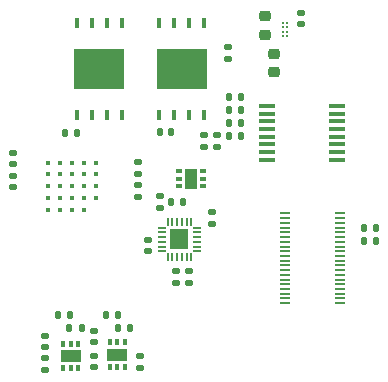
<source format=gbp>
%TF.GenerationSoftware,KiCad,Pcbnew,7.0.2*%
%TF.CreationDate,2023-07-30T21:57:21-04:00*%
%TF.ProjectId,OBC-Flight,4f42432d-466c-4696-9768-742e6b696361,rev?*%
%TF.SameCoordinates,Original*%
%TF.FileFunction,Paste,Bot*%
%TF.FilePolarity,Positive*%
%FSLAX46Y46*%
G04 Gerber Fmt 4.6, Leading zero omitted, Abs format (unit mm)*
G04 Created by KiCad (PCBNEW 7.0.2) date 2023-07-30 21:57:21*
%MOMM*%
%LPD*%
G01*
G04 APERTURE LIST*
G04 Aperture macros list*
%AMRoundRect*
0 Rectangle with rounded corners*
0 $1 Rounding radius*
0 $2 $3 $4 $5 $6 $7 $8 $9 X,Y pos of 4 corners*
0 Add a 4 corners polygon primitive as box body*
4,1,4,$2,$3,$4,$5,$6,$7,$8,$9,$2,$3,0*
0 Add four circle primitives for the rounded corners*
1,1,$1+$1,$2,$3*
1,1,$1+$1,$4,$5*
1,1,$1+$1,$6,$7*
1,1,$1+$1,$8,$9*
0 Add four rect primitives between the rounded corners*
20,1,$1+$1,$2,$3,$4,$5,0*
20,1,$1+$1,$4,$5,$6,$7,0*
20,1,$1+$1,$6,$7,$8,$9,0*
20,1,$1+$1,$8,$9,$2,$3,0*%
G04 Aperture macros list end*
%ADD10RoundRect,0.135000X-0.185000X0.135000X-0.185000X-0.135000X0.185000X-0.135000X0.185000X0.135000X0*%
%ADD11C,0.370000*%
%ADD12RoundRect,0.140000X-0.170000X0.140000X-0.170000X-0.140000X0.170000X-0.140000X0.170000X0.140000X0*%
%ADD13RoundRect,0.135000X-0.135000X-0.185000X0.135000X-0.185000X0.135000X0.185000X-0.135000X0.185000X0*%
%ADD14RoundRect,0.135000X0.135000X0.185000X-0.135000X0.185000X-0.135000X-0.185000X0.135000X-0.185000X0*%
%ADD15RoundRect,0.140000X0.170000X-0.140000X0.170000X0.140000X-0.170000X0.140000X-0.170000X-0.140000X0*%
%ADD16R,0.450000X0.950000*%
%ADD17R,4.350000X3.450000*%
%ADD18RoundRect,0.140000X-0.140000X-0.170000X0.140000X-0.170000X0.140000X0.170000X-0.140000X0.170000X0*%
%ADD19C,0.204000*%
%ADD20RoundRect,0.225000X-0.250000X0.225000X-0.250000X-0.225000X0.250000X-0.225000X0.250000X0.225000X0*%
%ADD21RoundRect,0.218750X0.256250X-0.218750X0.256250X0.218750X-0.256250X0.218750X-0.256250X-0.218750X0*%
%ADD22RoundRect,0.135000X0.185000X-0.135000X0.185000X0.135000X-0.185000X0.135000X-0.185000X-0.135000X0*%
%ADD23R,0.930000X0.230000*%
%ADD24R,0.750000X0.200000*%
%ADD25R,0.200000X0.750000*%
%ADD26R,1.590000X1.750000*%
%ADD27R,0.600000X0.350000*%
%ADD28R,1.100000X1.700000*%
%ADD29RoundRect,0.140000X0.140000X0.170000X-0.140000X0.170000X-0.140000X-0.170000X0.140000X-0.170000X0*%
%ADD30R,0.350000X0.600000*%
%ADD31R,1.700000X1.100000*%
%ADD32R,1.475000X0.450000*%
G04 APERTURE END LIST*
D10*
X44700000Y-38690000D03*
X44700000Y-39710000D03*
D11*
X41080000Y-39800000D03*
X41080000Y-38800000D03*
X41080000Y-37800000D03*
X41080000Y-36800000D03*
X40080000Y-40800000D03*
X40080000Y-39800000D03*
X40080000Y-38800000D03*
X40080000Y-37800000D03*
X40080000Y-36800000D03*
X39080000Y-40800000D03*
X39080000Y-39800000D03*
X39080000Y-38800000D03*
X39080000Y-37800000D03*
X39080000Y-36800000D03*
X38080000Y-40800000D03*
X38080000Y-39800000D03*
X38080000Y-38800000D03*
X38080000Y-37800000D03*
X38080000Y-36800000D03*
X37080000Y-40800000D03*
X37080000Y-39800000D03*
X37080000Y-38800000D03*
X37080000Y-37800000D03*
X37080000Y-36800000D03*
D12*
X45480000Y-43340000D03*
X45480000Y-44300000D03*
D13*
X52390000Y-31200000D03*
X53410000Y-31200000D03*
D10*
X44850000Y-53190000D03*
X44850000Y-54210000D03*
D14*
X64810000Y-42300000D03*
X63790000Y-42300000D03*
D13*
X52390000Y-32300000D03*
X53410000Y-32300000D03*
D15*
X36830000Y-52420000D03*
X36830000Y-51460000D03*
D16*
X46475000Y-25000000D03*
X47745000Y-25000000D03*
X49015000Y-25000000D03*
X50285000Y-25000000D03*
X50285000Y-32800000D03*
X49015000Y-32800000D03*
X47745000Y-32800000D03*
X46475000Y-32800000D03*
D17*
X48380000Y-28900000D03*
D13*
X41970000Y-49720000D03*
X42990000Y-49720000D03*
D16*
X39470000Y-25000000D03*
X40740000Y-25000000D03*
X42010000Y-25000000D03*
X43280000Y-25000000D03*
X43280000Y-32800000D03*
X42010000Y-32800000D03*
X40740000Y-32800000D03*
X39470000Y-32800000D03*
D17*
X41375000Y-28900000D03*
D13*
X52380000Y-34500000D03*
X53400000Y-34500000D03*
X47500000Y-40100000D03*
X48520000Y-40100000D03*
D18*
X46500000Y-34200000D03*
X47460000Y-34200000D03*
D19*
X56930000Y-26050000D03*
X57280000Y-26050000D03*
X56930000Y-25700000D03*
X57280000Y-25700000D03*
X56930000Y-25350000D03*
X57280000Y-25350000D03*
X56930000Y-25000000D03*
X57280000Y-25000000D03*
D20*
X56180000Y-27600000D03*
X56180000Y-29150000D03*
D15*
X48980000Y-46960000D03*
X48980000Y-46000000D03*
D21*
X55400000Y-25975000D03*
X55400000Y-24400000D03*
D22*
X52300000Y-28010000D03*
X52300000Y-26990000D03*
D13*
X42970000Y-50820000D03*
X43990000Y-50820000D03*
D12*
X47880000Y-46000000D03*
X47880000Y-46960000D03*
D23*
X57080000Y-48700000D03*
X61750000Y-48700000D03*
X57080000Y-48300000D03*
X61750000Y-48300000D03*
X57080000Y-47900000D03*
X61750000Y-47900000D03*
X57080000Y-47500000D03*
X61750000Y-47500000D03*
X57080000Y-47100000D03*
X61750000Y-47100000D03*
X57080000Y-46700000D03*
X61750000Y-46700000D03*
X57080000Y-46300000D03*
X61750000Y-46300000D03*
X57080000Y-45900000D03*
X61750000Y-45900000D03*
X57080000Y-45500000D03*
X61750000Y-45500000D03*
X57080000Y-45100000D03*
X61750000Y-45100000D03*
X57080000Y-44700000D03*
X61750000Y-44700000D03*
X57080000Y-44300000D03*
X61750000Y-44300000D03*
X57080000Y-43900000D03*
X61750000Y-43900000D03*
X57080000Y-43500000D03*
X61750000Y-43500000D03*
X57080000Y-43100000D03*
X61750000Y-43100000D03*
X57080000Y-42700000D03*
X61750000Y-42700000D03*
X57080000Y-42300000D03*
X61750000Y-42300000D03*
X57080000Y-41900000D03*
X61750000Y-41900000D03*
X57080000Y-41500000D03*
X61750000Y-41500000D03*
X57080000Y-41100000D03*
X61750000Y-41100000D03*
D13*
X37860000Y-49720000D03*
X38880000Y-49720000D03*
D24*
X49680000Y-42300000D03*
X49680000Y-42700000D03*
X49680000Y-43100000D03*
X49680000Y-43500000D03*
X49680000Y-43900000D03*
X49680000Y-44300000D03*
D25*
X49180000Y-44800000D03*
X48780000Y-44800000D03*
X48380000Y-44800000D03*
X47980000Y-44800000D03*
X47580000Y-44800000D03*
X47180000Y-44800000D03*
D24*
X46680000Y-44300000D03*
X46680000Y-43900000D03*
X46680000Y-43500000D03*
X46680000Y-43100000D03*
X46680000Y-42700000D03*
X46680000Y-42300000D03*
D25*
X47180000Y-41800000D03*
X47580000Y-41800000D03*
X47980000Y-41800000D03*
X48380000Y-41800000D03*
X48780000Y-41800000D03*
X49180000Y-41800000D03*
D26*
X48180000Y-43300000D03*
D15*
X44700000Y-37730000D03*
X44700000Y-36770000D03*
D12*
X46500000Y-39640000D03*
X46500000Y-40600000D03*
X58500000Y-24100000D03*
X58500000Y-25060000D03*
D13*
X38870000Y-50820000D03*
X39890000Y-50820000D03*
D27*
X50200000Y-37500000D03*
X50200000Y-38150000D03*
X50200000Y-38800000D03*
X48100000Y-38800000D03*
X48100000Y-38150000D03*
X48100000Y-37500000D03*
D28*
X49150000Y-38150000D03*
D12*
X34080000Y-37900000D03*
X34080000Y-38860000D03*
D29*
X39480000Y-34300000D03*
X38520000Y-34300000D03*
D30*
X38330000Y-52120000D03*
X38980000Y-52120000D03*
X39630000Y-52120000D03*
X39630000Y-54220000D03*
X38980000Y-54220000D03*
X38330000Y-54220000D03*
D31*
X38980000Y-53170000D03*
D10*
X50300000Y-34490000D03*
X50300000Y-35510000D03*
D12*
X40980000Y-53140000D03*
X40980000Y-54100000D03*
D14*
X64810000Y-43400000D03*
X63790000Y-43400000D03*
D12*
X40980000Y-51040000D03*
X40980000Y-52000000D03*
D13*
X52380000Y-33400000D03*
X53400000Y-33400000D03*
D22*
X50900000Y-42010000D03*
X50900000Y-40990000D03*
D12*
X36830000Y-53360000D03*
X36830000Y-54320000D03*
D30*
X42280000Y-52020000D03*
X42930000Y-52020000D03*
X43580000Y-52020000D03*
X43580000Y-54120000D03*
X42930000Y-54120000D03*
X42280000Y-54120000D03*
D31*
X42930000Y-53070000D03*
D15*
X34100000Y-36900000D03*
X34100000Y-35940000D03*
D10*
X51400000Y-34490000D03*
X51400000Y-35510000D03*
D32*
X55624000Y-36550000D03*
X55624000Y-35900000D03*
X55624000Y-35250000D03*
X55624000Y-34600000D03*
X55624000Y-33950000D03*
X55624000Y-33300000D03*
X55624000Y-32650000D03*
X55624000Y-32000000D03*
X61500000Y-32000000D03*
X61500000Y-32650000D03*
X61500000Y-33300000D03*
X61500000Y-33950000D03*
X61500000Y-34600000D03*
X61500000Y-35250000D03*
X61500000Y-35900000D03*
X61500000Y-36550000D03*
M02*

</source>
